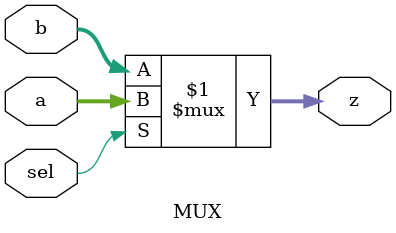
<source format=v>
module MUX (
	input [31:0] a, b,
	input sel,

	output [31:0] z
);
	assign z = sel ? a : b;
endmodule
</source>
